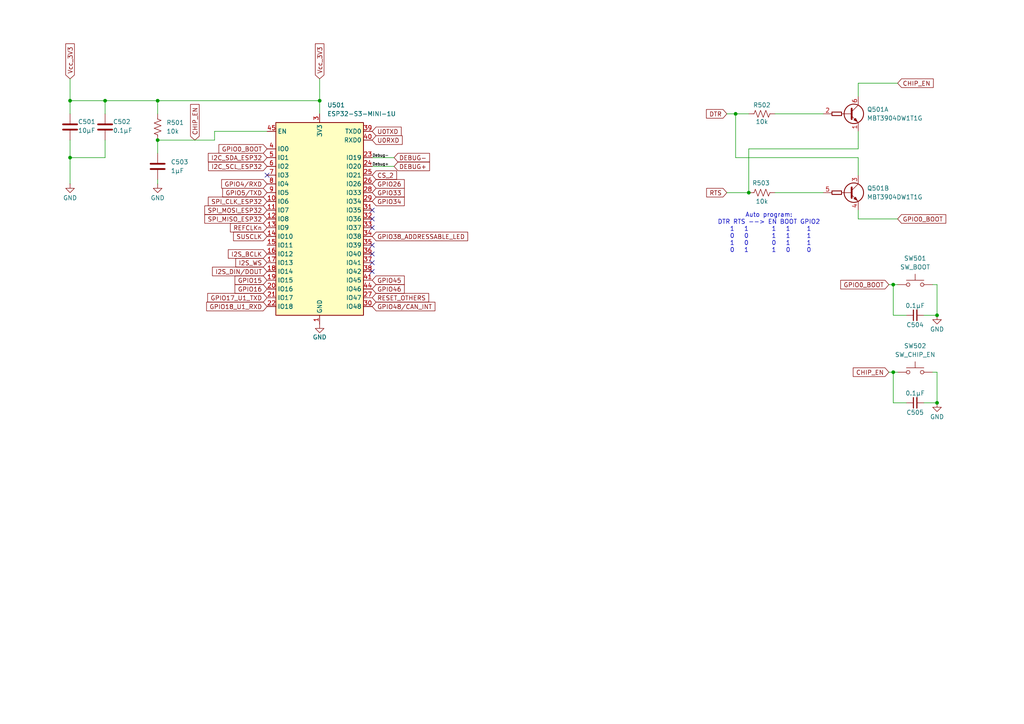
<source format=kicad_sch>
(kicad_sch (version 20231120) (generator "eeschema") (generator_version "8.0")
  (paper "A4")
  (lib_symbols
    (symbol "Device:C" (pin_numbers hide) (pin_names (offset 0.254))
      (property "Reference" "C" (at 0.635 2.54 0))
      (property "Value" "C" (at 0.635 -2.54 0))
      (symbol "C_0_1"
        (polyline (pts (xy -2.032 -0.762) (xy 2.032 -0.762)) (stroke (width 0.508)))
        (polyline (pts (xy -2.032 0.762) (xy 2.032 0.762)) (stroke (width 0.508)))
      )
      (symbol "C_1_1"
        (pin passive line (at 0 3.81 270) (length 2.794) (name "~") (number "1"))
        (pin passive line (at 0 -3.81 90) (length 2.794) (name "~") (number "2"))
      )
    )
    (symbol "Device:C_Small" (pin_numbers hide) (pin_names (offset 0.254) hide)
      (property "Reference" "C" (at 0.254 1.778 0))
      (property "Value" "C_Small" (at 0.254 -2.032 0))
      (symbol "C_Small_0_1"
        (polyline (pts (xy -1.524 -0.508) (xy 1.524 -0.508)) (stroke (width 0.3302)))
        (polyline (pts (xy -1.524 0.508) (xy 1.524 0.508)) (stroke (width 0.3048)))
      )
      (symbol "C_Small_1_1"
        (pin passive line (at 0 2.54 270) (length 2.032) (name "~") (number "1"))
        (pin passive line (at 0 -2.54 90) (length 2.032) (name "~") (number "2"))
      )
    )
    (symbol "Device:R_US" (pin_numbers hide) (pin_names (offset 0))
      (property "Reference" "R" (at 2.54 0 90))
      (property "Value" "R_US" (at -2.54 0 90))
      (symbol "R_US_0_1"
        (polyline (pts (xy 0 -2.286) (xy 0 -2.54)))
        (polyline (pts (xy 0 2.286) (xy 0 2.54)))
        (polyline (pts (xy 0 -0.762) (xy 1.016 -1.143) (xy 0 -1.524) (xy -1.016 -1.905) (xy 0 -2.286)))
        (polyline (pts (xy 0 0.762) (xy 1.016 0.381) (xy 0 0) (xy -1.016 -0.381) (xy 0 -0.762)))
        (polyline (pts (xy 0 2.286) (xy 1.016 1.905) (xy 0 1.524) (xy -1.016 1.143) (xy 0 0.762)))
      )
      (symbol "R_US_1_1"
        (pin passive line (at 0 3.81 270) (length 1.27) (name "~") (number "1"))
        (pin passive line (at 0 -3.81 90) (length 1.27) (name "~") (number "2"))
      )
    )
    (symbol "MCU_Espressif:ESP32-S3-MINI-1U"
      (property "Reference" "U" (at -11.43 29.21 0))
      (property "Value" "ESP32-S3-MINI-1U" (at 12.7 29.21 0))
      (symbol "ESP32-S3-MINI-1U_0_1"
        (rectangle (start -12.7 27.94) (end 12.7 -27.94) (stroke (width 0.254)) (fill (type background)))
      )
      (symbol "ESP32-S3-MINI-1U_1_1"
        (pin power_in line (at 0 -30.48 90) (length 2.54) (name "GND") (number "1"))
        (pin bidirectional line (at -15.24 5.08 0) (length 2.54) (name "IO6") (number "10"))
        (pin bidirectional line (at -15.24 2.54 0) (length 2.54) (name "IO7") (number "11"))
        (pin bidirectional line (at -15.24 0 0) (length 2.54) (name "IO8") (number "12"))
        (pin bidirectional line (at -15.24 -2.54 0) (length 2.54) (name "IO9") (number "13"))
        (pin bidirectional line (at -15.24 -5.08 0) (length 2.54) (name "IO10") (number "14"))
        (pin bidirectional line (at -15.24 -7.62 0) (length 2.54) (name "IO11") (number "15"))
        (pin bidirectional line (at -15.24 -10.16 0) (length 2.54) (name "IO12") (number "16"))
        (pin bidirectional line (at -15.24 -12.7 0) (length 2.54) (name "IO13") (number "17"))
        (pin bidirectional line (at -15.24 -15.24 0) (length 2.54) (name "IO14") (number "18"))
        (pin bidirectional line (at -15.24 -17.78 0) (length 2.54) (name "IO15") (number "19"))
        (pin passive line (at 0 -30.48 90) (length 2.54) hide (name "GND") (number "2"))
        (pin bidirectional line (at -15.24 -20.32 0) (length 2.54) (name "IO16") (number "20"))
        (pin bidirectional line (at -15.24 -22.86 0) (length 2.54) (name "IO17") (number "21"))
        (pin bidirectional line (at -15.24 -25.4 0) (length 2.54) (name "IO18") (number "22"))
        (pin bidirectional line (at 15.24 17.78 180) (length 2.54) (name "IO19") (number "23"))
        (pin bidirectional line (at 15.24 15.24 180) (length 2.54) (name "IO20") (number "24"))
        (pin bidirectional line (at 15.24 12.7 180) (length 2.54) (name "IO21") (number "25"))
        (pin bidirectional line (at 15.24 10.16 180) (length 2.54) (name "IO26") (number "26"))
        (pin bidirectional line (at 15.24 -22.86 180) (length 2.54) (name "IO47") (number "27"))
        (pin bidirectional line (at 15.24 7.62 180) (length 2.54) (name "IO33") (number "28"))
        (pin bidirectional line (at 15.24 5.08 180) (length 2.54) (name "IO34") (number "29"))
        (pin power_in line (at 0 30.48 270) (length 2.54) (name "3V3") (number "3"))
        (pin bidirectional line (at 15.24 -25.4 180) (length 2.54) (name "IO48") (number "30"))
        (pin bidirectional line (at 15.24 2.54 180) (length 2.54) (name "IO35") (number "31"))
        (pin bidirectional line (at 15.24 0 180) (length 2.54) (name "IO36") (number "32"))
        (pin bidirectional line (at 15.24 -2.54 180) (length 2.54) (name "IO37") (number "33"))
        (pin bidirectional line (at 15.24 -5.08 180) (length 2.54) (name "IO38") (number "34"))
        (pin bidirectional line (at 15.24 -7.62 180) (length 2.54) (name "IO39") (number "35"))
        (pin bidirectional line (at 15.24 -10.16 180) (length 2.54) (name "IO40") (number "36"))
        (pin bidirectional line (at 15.24 -12.7 180) (length 2.54) (name "IO41") (number "37"))
        (pin bidirectional line (at 15.24 -15.24 180) (length 2.54) (name "IO42") (number "38"))
        (pin bidirectional line (at 15.24 25.4 180) (length 2.54) (name "TXD0") (number "39"))
        (pin bidirectional line (at -15.24 20.32 0) (length 2.54) (name "IO0") (number "4"))
        (pin bidirectional line (at 15.24 22.86 180) (length 2.54) (name "RXD0") (number "40"))
        (pin bidirectional line (at 15.24 -17.78 180) (length 2.54) (name "IO45") (number "41"))
        (pin passive line (at 0 -30.48 90) (length 2.54) hide (name "GND") (number "42"))
        (pin passive line (at 0 -30.48 90) (length 2.54) hide (name "GND") (number "43"))
        (pin bidirectional line (at 15.24 -20.32 180) (length 2.54) (name "IO46") (number "44"))
        (pin input line (at -15.24 25.4 0) (length 2.54) (name "EN") (number "45"))
        (pin passive line (at 0 -30.48 90) (length 2.54) hide (name "GND") (number "46"))
        (pin passive line (at 0 -30.48 90) (length 2.54) hide (name "GND") (number "47"))
        (pin passive line (at 0 -30.48 90) (length 2.54) hide (name "GND") (number "48"))
        (pin passive line (at 0 -30.48 90) (length 2.54) hide (name "GND") (number "49"))
        (pin bidirectional line (at -15.24 17.78 0) (length 2.54) (name "IO1") (number "5"))
        (pin passive line (at 0 -30.48 90) (length 2.54) hide (name "GND") (number "50"))
        (pin passive line (at 0 -30.48 90) (length 2.54) hide (name "GND") (number "51"))
        (pin passive line (at 0 -30.48 90) (length 2.54) hide (name "GND") (number "52"))
        (pin passive line (at 0 -30.48 90) (length 2.54) hide (name "GND") (number "53"))
        (pin passive line (at 0 -30.48 90) (length 2.54) hide (name "GND") (number "54"))
        (pin passive line (at 0 -30.48 90) (length 2.54) hide (name "GND") (number "55"))
        (pin passive line (at 0 -30.48 90) (length 2.54) hide (name "GND") (number "56"))
        (pin passive line (at 0 -30.48 90) (length 2.54) hide (name "GND") (number "57"))
        (pin passive line (at 0 -30.48 90) (length 2.54) hide (name "GND") (number "58"))
        (pin passive line (at 0 -30.48 90) (length 2.54) hide (name "GND") (number "59"))
        (pin bidirectional line (at -15.24 15.24 0) (length 2.54) (name "IO2") (number "6"))
        (pin passive line (at 0 -30.48 90) (length 2.54) hide (name "GND") (number "60"))
        (pin passive line (at 0 -30.48 90) (length 2.54) hide (name "GND") (number "61"))
        (pin passive line (at 0 -30.48 90) (length 2.54) hide (name "GND") (number "62"))
        (pin passive line (at 0 -30.48 90) (length 2.54) hide (name "GND") (number "63"))
        (pin passive line (at 0 -30.48 90) (length 2.54) hide (name "GND") (number "64"))
        (pin passive line (at 0 -30.48 90) (length 2.54) hide (name "GND") (number "65"))
        (pin bidirectional line (at -15.24 12.7 0) (length 2.54) (name "IO3") (number "7"))
        (pin bidirectional line (at -15.24 10.16 0) (length 2.54) (name "IO4") (number "8"))
        (pin bidirectional line (at -15.24 7.62 0) (length 2.54) (name "IO5") (number "9"))
      )
    )
    (symbol "Switch:SW_Push" (pin_numbers hide) (pin_names (offset 1.016) hide)
      (property "Reference" "SW" (at 1.27 2.54 0))
      (property "Value" "SW_Push" (at 0 -1.524 0))
      (symbol "SW_Push_0_1"
        (circle (center -2.032 0) (radius 0.508))
        (polyline (pts (xy 0 1.27) (xy 0 3.048)))
        (polyline (pts (xy 2.54 1.27) (xy -2.54 1.27)))
        (circle (center 2.032 0) (radius 0.508))
        (pin passive line (at -5.08 0 0) (length 2.54) (name "1") (number "1"))
        (pin passive line (at 5.08 0 180) (length 2.54) (name "2") (number "2"))
      )
    )
    (symbol "Transistor_BJT:UMH3N" (pin_names hide)
      (property "Reference" "Q" (at 7.62 1.27 0))
      (property "Value" "UMH3N" (at 7.62 -1.27 0))
      (symbol "UMH3N_0_1"
        (polyline (pts (xy 3.175 0) (xy 0.254 0)))
        (polyline (pts (xy 3.175 0.635) (xy 5.08 2.54)))
        (polyline (pts (xy 3.175 1.524) (xy 3.175 -1.524)) (stroke (width 0.508)))
        (polyline (pts (xy 3.175 -0.635) (xy 5.08 -2.54) (xy 5.08 -2.54)))
        (polyline (pts (xy 3.81 -1.778) (xy 4.318 -1.27) (xy 4.826 -2.286) (xy 3.81 -1.778) (xy 3.81 -1.778)) (fill (type outline)))
        (rectangle (start 0.254 0.508) (end -2.54 -0.508) (stroke (width 0.254)))
        (circle (center 3.81 0) (radius 2.8194) (stroke (width 0.254)))
      )
      (symbol "UMH3N_1_1"
        (pin passive line (at 5.08 -5.08 90) (length 2.54) (name "E1") (number "1"))
        (pin input line (at -5.08 0 0) (length 2.54) (name "B1") (number "2"))
        (pin passive line (at 5.08 5.08 270) (length 2.54) (name "C1") (number "6"))
      )
      (symbol "UMH3N_2_1"
        (pin passive line (at 5.08 5.08 270) (length 2.54) (name "C2") (number "3"))
        (pin passive line (at 5.08 -5.08 90) (length 2.54) (name "E2") (number "4"))
        (pin input line (at -5.08 0 0) (length 2.54) (name "B2") (number "5"))
      )
    )
    (symbol "power:GND" (power) (pin_numbers hide) (pin_names (offset 0) hide)
      (property "Value" "GND" (at 0 -3.81 0))
      (symbol "GND_0_1"
        (polyline (pts (xy 0 0) (xy 0 -1.27) (xy 1.27 -1.27) (xy 0 -2.54) (xy -1.27 -1.27) (xy 0 -1.27)))
      )
      (symbol "GND_1_1"
        (pin power_in line (at 0 0 270) (length 0) (name "~") (number "1"))
      )
    )
  )
  (junction (at 259.08 82.55))
  (junction (at 271.78 116.84))
  (junction (at 217.17 55.88))
  (junction (at 20.32 29.21))
  (junction (at 45.72 29.21))
  (junction (at 45.72 40.64))
  (junction (at 213.36 33.02))
  (junction (at 92.71 29.21))
  (junction (at 271.78 91.44))
  (junction (at 259.08 107.95))
  (junction (at 20.32 45.72))
  (junction (at 30.48 29.21))
  (no_connect (at 107.95 63.5))
  (no_connect (at 107.95 60.96))
  (no_connect (at 107.95 66.04))
  (no_connect (at 107.95 73.66))
  (no_connect (at 107.95 71.12))
  (no_connect (at 107.95 76.2))
  (no_connect (at 107.95 78.74))
  (no_connect (at 77.47 50.8))
  (wire (pts (xy 260.35 24.13) (xy 248.92 24.13)))
  (wire (pts (xy 271.78 116.84) (xy 271.78 107.95)))
  (wire (pts (xy 45.72 33.02) (xy 45.72 29.21)))
  (wire (pts (xy 260.35 63.5) (xy 248.92 63.5)))
  (wire (pts (xy 259.08 82.55) (xy 260.35 82.55)))
  (wire (pts (xy 62.23 38.1) (xy 77.47 38.1)))
  (wire (pts (xy 114.3 45.72) (xy 107.95 45.72)))
  (wire (pts (xy 20.32 45.72) (xy 20.32 53.34)))
  (wire (pts (xy 30.48 40.64) (xy 30.48 45.72)))
  (wire (pts (xy 217.17 43.18) (xy 217.17 55.88)))
  (wire (pts (xy 248.92 43.18) (xy 217.17 43.18)))
  (wire (pts (xy 262.89 91.44) (xy 259.08 91.44)))
  (wire (pts (xy 20.32 45.72) (xy 30.48 45.72)))
  (wire (pts (xy 30.48 29.21) (xy 20.32 29.21)))
  (wire (pts (xy 257.81 107.95) (xy 259.08 107.95)))
  (wire (pts (xy 259.08 107.95) (xy 260.35 107.95)))
  (wire (pts (xy 114.3 48.26) (xy 107.95 48.26)))
  (wire (pts (xy 20.32 40.64) (xy 20.32 45.72)))
  (wire (pts (xy 248.92 38.1) (xy 248.92 43.18)))
  (wire (pts (xy 257.81 82.55) (xy 259.08 82.55)))
  (wire (pts (xy 20.32 22.86) (xy 20.32 29.21)))
  (wire (pts (xy 224.79 55.88) (xy 238.76 55.88)))
  (wire (pts (xy 45.72 53.34) (xy 45.72 52.07)))
  (wire (pts (xy 271.78 91.44) (xy 271.78 82.55)))
  (wire (pts (xy 248.92 50.8) (xy 248.92 45.72)))
  (wire (pts (xy 45.72 29.21) (xy 92.71 29.21)))
  (wire (pts (xy 259.08 82.55) (xy 259.08 91.44)))
  (wire (pts (xy 92.71 22.86) (xy 92.71 29.21)))
  (wire (pts (xy 213.36 45.72) (xy 213.36 33.02)))
  (wire (pts (xy 62.23 40.64) (xy 62.23 38.1)))
  (wire (pts (xy 20.32 29.21) (xy 20.32 33.02)))
  (wire (pts (xy 92.71 29.21) (xy 92.71 33.02)))
  (wire (pts (xy 248.92 24.13) (xy 248.92 27.94)))
  (wire (pts (xy 259.08 107.95) (xy 259.08 116.84)))
  (wire (pts (xy 30.48 29.21) (xy 45.72 29.21)))
  (wire (pts (xy 262.89 116.84) (xy 259.08 116.84)))
  (wire (pts (xy 45.72 40.64) (xy 62.23 40.64)))
  (wire (pts (xy 30.48 29.21) (xy 30.48 33.02)))
  (wire (pts (xy 248.92 63.5) (xy 248.92 60.96)))
  (wire (pts (xy 271.78 82.55) (xy 270.51 82.55)))
  (wire (pts (xy 45.72 40.64) (xy 45.72 44.45)))
  (wire (pts (xy 224.79 33.02) (xy 238.76 33.02)))
  (wire (pts (xy 248.92 45.72) (xy 213.36 45.72)))
  (wire (pts (xy 213.36 33.02) (xy 217.17 33.02)))
  (wire (pts (xy 210.82 55.88) (xy 217.17 55.88)))
  (wire (pts (xy 271.78 107.95) (xy 270.51 107.95)))
  (wire (pts (xy 267.97 116.84) (xy 271.78 116.84)))
  (wire (pts (xy 267.97 91.44) (xy 271.78 91.44)))
  (wire (pts (xy 210.82 33.02) (xy 213.36 33.02)))
  (text "Auto program:\nDTR RTS --> EN BOOT GPIO2\n 1   1       1   1     1\n 0   0       1   1     1\n 1   0       0   1     1\n 0   1       1   0     0" (at 223.012 67.564 0) (effects (font (size 1.27 1.27))))
  (label "Debug+" (at 107.95 48.26 0) (effects (font (size 0.8 0.8))))
  (label "Debug-" (at 107.95 45.72 0) (effects (font (size 0.8 0.8))))
  (global_label "GPIO33" (shape input) (at 107.95 55.88 0) (property "Intersheetrefs" "${INTERSHEET_REFS}" (effects (hide yes))))
  (global_label "GPIO17_U1_TXD" (shape input) (at 77.47 86.36 180) (property "Intersheetrefs" "${INTERSHEET_REFS}" (effects (hide yes))))
  (global_label "GPIO15" (shape input) (at 77.47 81.28 180) (property "Intersheetrefs" "${INTERSHEET_REFS}" (effects (hide yes))))
  (global_label "GPIO48{slash}CAN_INT" (shape input) (at 107.95 88.9 0) (property "Intersheetrefs" "${INTERSHEET_REFS}" (effects (hide yes))))
  (global_label "GPIO18_U1_RXD" (shape input) (at 77.47 88.9 180) (property "Intersheetrefs" "${INTERSHEET_REFS}" (effects (hide yes))))
  (global_label "GPIO16" (shape input) (at 77.47 83.82 180) (property "Intersheetrefs" "${INTERSHEET_REFS}" (effects (hide yes))))
  (global_label "GPIO0_BOOT" (shape input) (at 257.81 82.55 180) (property "Intersheetrefs" "${INTERSHEET_REFS}" (effects (hide yes))))
  (global_label "GPIO4{slash}RXD" (shape input) (at 77.47 53.34 180) (property "Intersheetrefs" "${INTERSHEET_REFS}" (effects (hide yes))))
  (global_label "GPIO38_ADDRESSABLE_LED" (shape input) (at 107.95 68.58 0) (property "Intersheetrefs" "${INTERSHEET_REFS}" (effects (hide yes))))
  (global_label "I2S_DIN{slash}DOUT" (shape input) (at 77.47 78.74 180) (property "Intersheetrefs" "${INTERSHEET_REFS}" (effects (hide yes))))
  (global_label "GPIO46" (shape input) (at 107.95 83.82 0) (property "Intersheetrefs" "${INTERSHEET_REFS}" (effects (hide yes))))
  (global_label "GPIO45" (shape input) (at 107.95 81.28 0) (property "Intersheetrefs" "${INTERSHEET_REFS}" (effects (hide yes))))
  (global_label "GPIO5{slash}TXD" (shape input) (at 77.47 55.88 180) (property "Intersheetrefs" "${INTERSHEET_REFS}" (effects (hide yes))))
  (global_label "CHIP_EN" (shape input) (at 260.35 24.13 0) (property "Intersheetrefs" "${INTERSHEET_REFS}" (effects (hide yes))))
  (global_label "DEBUG+" (shape input) (at 114.3 48.26 0) (property "Intersheetrefs" "${INTERSHEET_REFS}" (effects (hide yes))))
  (global_label "GPIO0_BOOT" (shape input) (at 260.35 63.5 0) (property "Intersheetrefs" "${INTERSHEET_REFS}" (effects (hide yes))))
  (global_label "REFCLKn" (shape input) (at 77.47 66.04 180) (property "Intersheetrefs" "${INTERSHEET_REFS}" (effects (hide yes))))
  (global_label "SPI_CLK_ESP32" (shape input) (at 77.47 58.42 180) (property "Intersheetrefs" "${INTERSHEET_REFS}" (effects (hide yes))))
  (global_label "RTS" (shape input) (at 210.82 55.88 180) (property "Intersheetrefs" "${INTERSHEET_REFS}" (effects (hide yes))))
  (global_label "DEBUG-" (shape input) (at 114.3 45.72 0) (property "Intersheetrefs" "${INTERSHEET_REFS}" (effects (hide yes))))
  (global_label "RESET_OTHERS" (shape input) (at 107.95 86.36 0) (property "Intersheetrefs" "${INTERSHEET_REFS}" (effects (hide yes))))
  (global_label "CS_2" (shape input) (at 107.95 50.8 0) (property "Intersheetrefs" "${INTERSHEET_REFS}" (effects (hide yes))))
  (global_label "GPIO34" (shape input) (at 107.95 58.42 0) (property "Intersheetrefs" "${INTERSHEET_REFS}" (effects (hide yes))))
  (global_label "CHIP_EN" (shape input) (at 56.515 40.64 90) (property "Intersheetrefs" "${INTERSHEET_REFS}" (effects (hide yes))))
  (global_label "GPIO0_BOOT" (shape input) (at 77.47 43.18 180) (property "Intersheetrefs" "${INTERSHEET_REFS}" (effects (hide yes))))
  (global_label "Vcc_3V3" (shape input) (at 20.32 22.86 90) (property "Intersheetrefs" "${INTERSHEET_REFS}" (effects (hide yes))))
  (global_label "U0TXD" (shape input) (at 107.95 38.1 0) (property "Intersheetrefs" "${INTERSHEET_REFS}" (effects (hide yes))))
  (global_label "SUSCLK" (shape input) (at 77.47 68.58 180) (property "Intersheetrefs" "${INTERSHEET_REFS}" (effects (hide yes))))
  (global_label "I2C_SDA_ESP32" (shape input) (at 77.47 45.72 180) (property "Intersheetrefs" "${INTERSHEET_REFS}" (effects (hide yes))))
  (global_label "I2C_SCL_ESP32" (shape input) (at 77.47 48.26 180) (property "Intersheetrefs" "${INTERSHEET_REFS}" (effects (hide yes))))
  (global_label "DTR" (shape input) (at 210.82 33.02 180) (property "Intersheetrefs" "${INTERSHEET_REFS}" (effects (hide yes))))
  (global_label "CHIP_EN" (shape input) (at 257.81 107.95 180) (property "Intersheetrefs" "${INTERSHEET_REFS}" (effects (hide yes))))
  (global_label "GPIO26" (shape input) (at 107.95 53.34 0) (property "Intersheetrefs" "${INTERSHEET_REFS}" (effects (hide yes))))
  (global_label "U0RXD" (shape input) (at 107.95 40.64 0) (property "Intersheetrefs" "${INTERSHEET_REFS}" (effects (hide yes))))
  (global_label "I2S_WS" (shape input) (at 77.47 76.2 180) (property "Intersheetrefs" "${INTERSHEET_REFS}" (effects (hide yes))))
  (global_label "I2S_BCLK" (shape input) (at 77.47 73.66 180) (property "Intersheetrefs" "${INTERSHEET_REFS}" (effects (hide yes))))
  (global_label "SPI_MOSI_ESP32" (shape input) (at 77.47 60.96 180) (property "Intersheetrefs" "${INTERSHEET_REFS}" (effects (hide yes))))
  (global_label "SPI_MISO_ESP32" (shape input) (at 77.47 63.5 180) (property "Intersheetrefs" "${INTERSHEET_REFS}" (effects (hide yes))))
  (global_label "Vcc_3V3" (shape input) (at 92.71 22.86 90) (property "Intersheetrefs" "${INTERSHEET_REFS}" (effects (hide yes))))
  (symbol (lib_id "power:GND") (at 45.72 53.34 0) (unit 1)
    (property "Reference" "#PWR0502" (effects (hide yes)))
    (property "Value" "GND" (at 45.72 57.404 0))
    (property "Description" "Power symbol creates a global label with name \"GND\" , ground" (effects (hide yes)))
  )
  (symbol (lib_id "Device:C_Small") (at 265.43 91.44 90) (unit 1)
    (property "Reference" "C504" (at 265.43 94.234 90))
    (property "Value" "0.1µF" (at 265.43 88.646 90))
    (property "Footprint" "Resistor_SMD:R_0805_2012Metric" (effects (hide yes)))
    (property "Description" "Unpolarized capacitor, small symbol" (effects (hide yes)))
  )
  (symbol (lib_id "Device:R_US") (at 220.98 33.02 90) (unit 1)
    (property "Reference" "R502" (at 220.98 30.48 90))
    (property "Value" "10k" (at 220.98 35.306 90))
    (property "Footprint" "Resistor_SMD:R_0805_2012Metric" (effects (hide yes)))
    (property "Description" "Resistor, US symbol" (effects (hide yes)))
  )
  (symbol (lib_id "Device:R_US") (at 220.98 55.88 90) (unit 1)
    (property "Reference" "R503" (at 220.726 53.086 90))
    (property "Value" "10k" (at 220.98 58.42 90))
    (property "Footprint" "Resistor_SMD:R_0805_2012Metric" (effects (hide yes)))
    (property "Description" "Resistor, US symbol" (effects (hide yes)))
  )
  (symbol (lib_id "power:GND") (at 92.71 93.98 0) (unit 1)
    (property "Reference" "#PWR0503" (effects (hide yes)))
    (property "Value" "GND" (at 92.71 97.79 0))
    (property "Description" "Power symbol creates a global label with name \"GND\" , ground" (effects (hide yes)))
  )
  (symbol (lib_id "power:GND") (at 271.78 91.44 0) (unit 1)
    (property "Reference" "#PWR0504" (effects (hide yes)))
    (property "Value" "GND" (at 271.78 95.504 0))
    (property "Description" "Power symbol creates a global label with name \"GND\" , ground" (effects (hide yes)))
  )
  (symbol (lib_id "power:GND") (at 271.78 116.84 0) (unit 1)
    (property "Reference" "#PWR0505" (effects (hide yes)))
    (property "Value" "GND" (at 271.78 120.904 0))
    (property "Description" "Power symbol creates a global label with name \"GND\" , ground" (effects (hide yes)))
  )
  (symbol (lib_id "Device:C_Small") (at 265.43 116.84 90) (unit 1)
    (property "Reference" "C505" (at 265.43 119.634 90))
    (property "Value" "0.1µF" (at 265.43 114.046 90))
    (property "Footprint" "Resistor_SMD:R_0805_2012Metric" (effects (hide yes)))
    (property "Description" "Unpolarized capacitor, small symbol" (effects (hide yes)))
  )
  (symbol (lib_id "Switch:SW_Push") (at 265.43 82.55 0) (unit 1)
    (property "Reference" "SW501" (at 265.43 74.93 0))
    (property "Value" "SW_BOOT" (at 265.43 77.47 0))
    (property "Footprint" "Button_Switch_SMD:SW_DIP_SPSTx01_Slide_6.7x4.1mm_W6.73mm_P2.54mm_LowProfile_JPin" (effects (hide yes)))
    (property "Description" "Push button switch, generic, two pins" (effects (hide yes)))
  )
  (symbol (lib_id "MCU_Espressif:ESP32-S3-MINI-1U") (at 92.71 63.5 0) (unit 1)
    (property "Reference" "U501" (at 94.9041 30.48 0) (effects (justify left)))
    (property "Value" "ESP32-S3-MINI-1U" (at 94.9041 33.02 0) (effects (justify left)))
    (property "Footprint" "RF_Module:ESP32-S2-MINI-1U" (effects (hide yes)))
    (property "Datasheet" "https://www.espressif.com/sites/default/files/documentation/esp32-s3-mini-1_mini-1u_datasheet_en.pdf" (effects (hide yes)))
    (property "Description" "RF Module, ESP32-S3 SoC, Wi-Fi 802.11b/g/n, Bluetooth, BLE, 32-bit, 3.3V, SMD, external antenna" (effects (hide yes)))
  )
  (symbol (lib_id "Device:R_US") (at 45.72 36.83 0) (unit 1)
    (property "Reference" "R501" (at 48.26 35.5599 0) (effects (justify left)))
    (property "Value" "10k" (at 48.26 38.0999 0) (effects (justify left)))
    (property "Footprint" "Resistor_SMD:R_0805_2012Metric" (effects (hide yes)))
    (property "Description" "Resistor, US symbol" (effects (hide yes)))
  )
  (symbol (lib_id "Switch:SW_Push") (at 265.43 107.95 0) (unit 1)
    (property "Reference" "SW502" (at 265.43 100.33 0))
    (property "Value" "SW_CHIP_EN" (at 265.43 102.87 0))
    (property "Footprint" "Button_Switch_SMD:SW_DIP_SPSTx01_Slide_6.7x4.1mm_W6.73mm_P2.54mm_LowProfile_JPin" (effects (hide yes)))
    (property "Description" "Push button switch, generic, two pins" (effects (hide yes)))
  )
  (symbol (lib_id "Device:C") (at 20.32 36.83 0) (unit 1)
    (property "Reference" "C501" (at 22.606 35.306 0) (effects (justify left)))
    (property "Value" "10µF" (at 22.606 37.846 0) (effects (justify left)))
    (property "Footprint" "Resistor_SMD:R_0805_2012Metric" (effects (hide yes)))
    (property "Description" "Unpolarized capacitor" (effects (hide yes)))
  )
  (symbol (lib_id "Device:C") (at 45.72 48.26 0) (unit 1)
    (property "Reference" "C503" (at 49.53 46.9899 0) (effects (justify left)))
    (property "Value" "1µF" (at 49.53 49.5299 0) (effects (justify left)))
    (property "Footprint" "Resistor_SMD:R_0805_2012Metric" (effects (hide yes)))
    (property "Description" "Unpolarized capacitor" (effects (hide yes)))
  )
  (symbol (lib_id "Transistor_BJT:UMH3N") (at 243.84 55.88 0) (unit 2)
    (property "Reference" "Q501" (at 251.46 54.6099 0) (effects (justify left)))
    (property "Value" "MBT3904DW1T1G" (at 251.46 57.1499 0) (effects (justify left)))
    (property "Footprint" "Package_TO_SOT_SMD:SOT-363_SC-70-6" (effects (hide yes)))
    (property "Datasheet" "http://rohmfs.rohm.com/en/products/databook/datasheet/discrete/transistor/digital/emh3t2r-e.pdf" (effects (hide yes)))
    (property "Description" "0.1A Ic, 50V Vce, Dual NPN Input Resistor Transistors, SOT-363" (effects (hide yes)))
  )
  (symbol (lib_id "Transistor_BJT:UMH3N") (at 243.84 33.02 0) (unit 1)
    (property "Reference" "Q501" (at 251.46 31.7499 0) (effects (justify left)))
    (property "Value" "MBT3904DW1T1G" (at 251.46 34.2899 0) (effects (justify left)))
    (property "Footprint" "Package_TO_SOT_SMD:SOT-363_SC-70-6" (effects (hide yes)))
    (property "Datasheet" "http://rohmfs.rohm.com/en/products/databook/datasheet/discrete/transistor/digital/emh3t2r-e.pdf" (effects (hide yes)))
    (property "Description" "0.1A Ic, 50V Vce, Dual NPN Input Resistor Transistors, SOT-363" (effects (hide yes)))
  )
  (symbol (lib_id "Device:C") (at 30.48 36.83 0) (unit 1)
    (property "Reference" "C502" (at 32.766 35.306 0) (effects (justify left)))
    (property "Value" "0.1µF" (at 32.766 37.846 0) (effects (justify left)))
    (property "Footprint" "Resistor_SMD:R_0805_2012Metric" (effects (hide yes)))
    (property "Description" "Unpolarized capacitor" (effects (hide yes)))
  )
  (symbol (lib_id "power:GND") (at 20.32 53.34 0) (unit 1)
    (property "Reference" "#PWR0501" (effects (hide yes)))
    (property "Value" "GND" (at 20.32 57.404 0))
    (property "Description" "Power symbol creates a global label with name \"GND\" , ground" (effects (hide yes)))
  )
)
</source>
